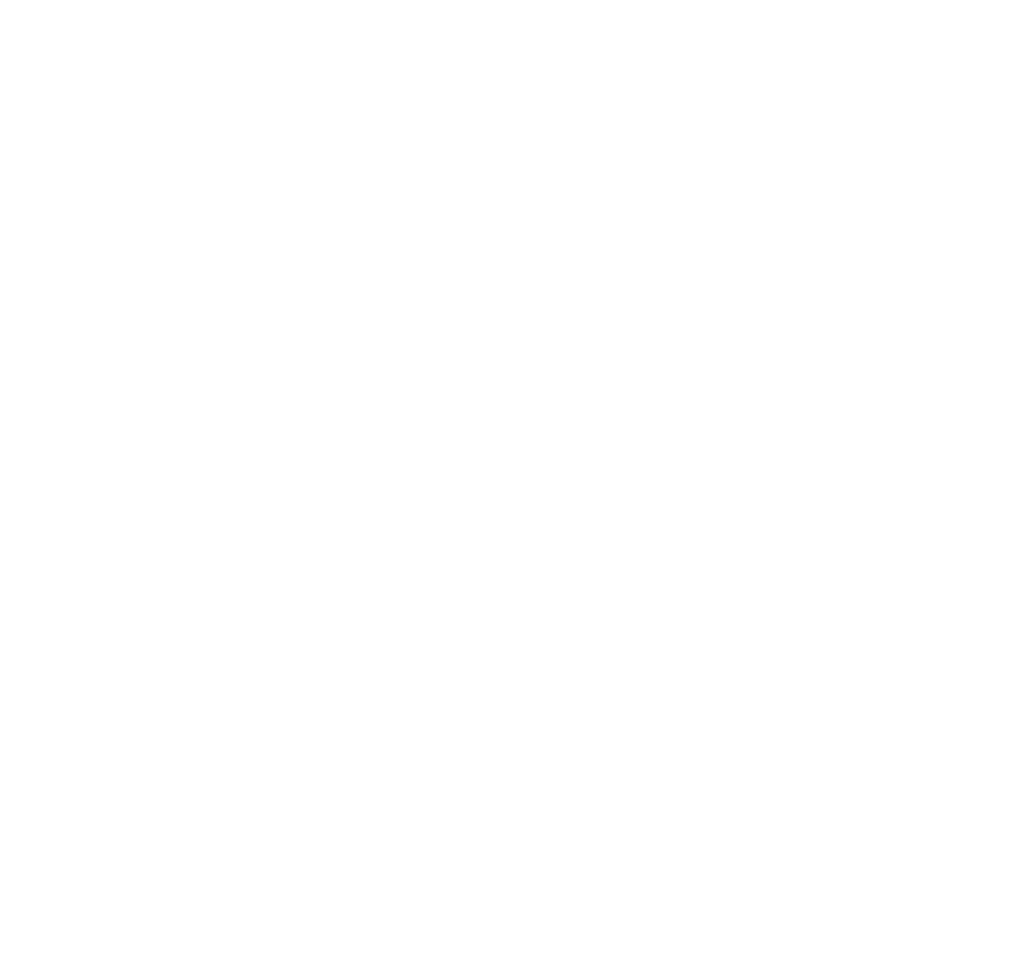
<source format=gbr>
%MOMM*%
%FSLAX36Y36*%
%ADD10C,3.14159265358979*%
D10*
G01*
%LPD*%
%LS1.25663706143592*%
X600833616Y15141184D02*
X368429543Y183992627D01*
X457200000Y457200000D01*
X689604073Y626051443D01*
X600833616Y352844069D01*
X368429543Y183992627D01*
X279659087Y457200000D01*
X368429543Y730407373D01*
X600833616Y899258816D01*
X512063159Y626051443D01*
X279659087Y457200000D01*
X512063159Y288348557D01*
X600833616Y561555931D01*
X833237689Y730407373D01*
X744467232Y457200000D01*
X512063159Y288348557D01*
X600833616Y15141184D01*
X689604073Y288348557D01*
X457200000Y457200000D01*
X368429543Y730407373D01*
X600833616Y561555931D01*
X689604073Y288348557D01*
X922008146Y457200000D01*
X689604073Y626051443D01*
X600833616Y899258816D01*
X833237689Y730407373D01*
X922008146Y457200000D01*
X833237689Y183992627D01*
X600833616Y352844069D01*
X512063159Y626051443D01*
X744467232Y457200000D01*
X833237689Y183992627D01*
X600833616Y15141184D01*
X313566384Y15141184D01*
X81162311Y183992627D01*
X169932768Y457200000D01*
X402336841Y626051443D01*
X313566384Y352844069D01*
X81162311Y183992627D01*
X-7608145Y457200000D01*
X81162311Y730407373D01*
X313566384Y899258816D01*
X224795927Y626051443D01*
X-7608145Y457200000D01*
X224795927Y288348557D01*
X313566384Y561555931D01*
X545970457Y730407373D01*
X457200000Y457200000D01*
X224795927Y288348557D01*
X313566384Y15141184D01*
X402336841Y288348557D01*
X169932768Y457200000D01*
X81162311Y730407373D01*
X313566384Y561555931D01*
X402336841Y288348557D01*
X634740913Y457200000D01*
X402336841Y626051443D01*
X313566384Y899258816D01*
X545970457Y730407373D01*
X634740913Y457200000D01*
X545970457Y183992627D01*
X313566384Y352844069D01*
X224795927Y626051443D01*
X457200000Y457200000D01*
X545970457Y183992627D01*
X313566384Y15141184D01*
X81162311Y183992627D01*
X169932768Y457200000D01*
X402336841Y626051443D01*
X313566384Y352844069D01*
X81162311Y183992627D01*
X-7608145Y457200000D01*
X81162311Y730407373D01*
X313566384Y899258816D01*
X224795927Y626051443D01*
X-7608145Y457200000D01*
X224795927Y288348557D01*
X313566384Y561555931D01*
X545970457Y730407373D01*
X457200000Y457200000D01*
X224795927Y288348557D01*
X313566384Y15141184D01*
X402336841Y288348557D01*
X169932768Y457200000D01*
X81162311Y730407373D01*
X313566384Y561555931D01*
X402336841Y288348557D01*
X634740913Y457200000D01*
X402336841Y626051443D01*
X313566384Y899258816D01*
X545970457Y730407373D01*
X634740913Y457200000D01*
X545970457Y183992627D01*
X313566384Y352844069D01*
X224795927Y626051443D01*
X457200000Y457200000D01*
X545970457Y183992627D01*
X313566384Y15141184D01*
X600833616Y15141184D01*
X368429543Y183992627D01*
X81162311Y183992627D01*
X368429543Y183992627D01*
X457200000Y457200000D01*
X689604073Y626051443D01*
X600833616Y352844069D01*
X368429543Y183992627D01*
X279659087Y457200000D01*
X368429543Y730407373D01*
X600833616Y899258816D01*
X512063159Y626051443D01*
X279659087Y457200000D01*
X-7608145Y457200000D01*
X279659087Y457200000D01*
X512063159Y288348557D01*
X224795927Y288348557D01*
X512063159Y288348557D01*
X600833616Y561555931D01*
X833237689Y730407373D01*
X744467232Y457200000D01*
X512063159Y288348557D01*
X600833616Y15141184D01*
X689604073Y288348557D01*
X402336841Y288348557D01*
X689604073Y288348557D01*
X457200000Y457200000D01*
X169932768Y457200000D01*
X457200000Y457200000D01*
X368429543Y730407373D01*
X81162311Y730407373D01*
X368429543Y730407373D01*
X600833616Y561555931D01*
X313566384Y561555931D01*
X600833616Y561555931D01*
X689604073Y288348557D01*
X922008146Y457200000D01*
X634740913Y457200000D01*
X922008146Y457200000D01*
X689604073Y626051443D01*
X402336841Y626051443D01*
X689604073Y626051443D01*
X600833616Y899258816D01*
X313566384Y899258816D01*
X600833616Y899258816D01*
X833237689Y730407373D01*
X545970457Y730407373D01*
X833237689Y730407373D01*
X922008146Y457200000D01*
X833237689Y183992627D01*
X545970457Y183992627D01*
X833237689Y183992627D01*
X600833616Y352844069D01*
X313566384Y352844069D01*
X600833616Y352844069D01*
X512063159Y626051443D01*
X224795927Y626051443D01*
X512063159Y626051443D01*
X744467232Y457200000D01*
X457200000Y457200000D01*
X744467232Y457200000D01*
X833237689Y183992627D01*
X600833616Y15141184D01*
%LPC*%
%LS1.15191730631626*%
X600833616Y15141184D02*
X368429543Y183992627D01*
X457200000Y457200000D01*
X689604073Y626051443D01*
X600833616Y352844069D01*
X368429543Y183992627D01*
X279659087Y457200000D01*
X368429543Y730407373D01*
X600833616Y899258816D01*
X512063159Y626051443D01*
X279659087Y457200000D01*
X512063159Y288348557D01*
X600833616Y561555931D01*
X833237689Y730407373D01*
X744467232Y457200000D01*
X512063159Y288348557D01*
X600833616Y15141184D01*
X689604073Y288348557D01*
X457200000Y457200000D01*
X368429543Y730407373D01*
X600833616Y561555931D01*
X689604073Y288348557D01*
X922008146Y457200000D01*
X689604073Y626051443D01*
X600833616Y899258816D01*
X833237689Y730407373D01*
X922008146Y457200000D01*
X833237689Y183992627D01*
X600833616Y352844069D01*
X512063159Y626051443D01*
X744467232Y457200000D01*
X833237689Y183992627D01*
X600833616Y15141184D01*
X313566384Y15141184D01*
X81162311Y183992627D01*
X169932768Y457200000D01*
X402336841Y626051443D01*
X313566384Y352844069D01*
X81162311Y183992627D01*
X-7608145Y457200000D01*
X81162311Y730407373D01*
X313566384Y899258816D01*
X224795927Y626051443D01*
X-7608145Y457200000D01*
X224795927Y288348557D01*
X313566384Y561555931D01*
X545970457Y730407373D01*
X457200000Y457200000D01*
X224795927Y288348557D01*
X313566384Y15141184D01*
X402336841Y288348557D01*
X169932768Y457200000D01*
X81162311Y730407373D01*
X313566384Y561555931D01*
X402336841Y288348557D01*
X634740913Y457200000D01*
X402336841Y626051443D01*
X313566384Y899258816D01*
X545970457Y730407373D01*
X634740913Y457200000D01*
X545970457Y183992627D01*
X313566384Y352844069D01*
X224795927Y626051443D01*
X457200000Y457200000D01*
X545970457Y183992627D01*
X313566384Y15141184D01*
X81162311Y183992627D01*
X169932768Y457200000D01*
X402336841Y626051443D01*
X313566384Y352844069D01*
X81162311Y183992627D01*
X-7608145Y457200000D01*
X81162311Y730407373D01*
X313566384Y899258816D01*
X224795927Y626051443D01*
X-7608145Y457200000D01*
X224795927Y288348557D01*
X313566384Y561555931D01*
X545970457Y730407373D01*
X457200000Y457200000D01*
X224795927Y288348557D01*
X313566384Y15141184D01*
X402336841Y288348557D01*
X169932768Y457200000D01*
X81162311Y730407373D01*
X313566384Y561555931D01*
X402336841Y288348557D01*
X634740913Y457200000D01*
X402336841Y626051443D01*
X313566384Y899258816D01*
X545970457Y730407373D01*
X634740913Y457200000D01*
X545970457Y183992627D01*
X313566384Y352844069D01*
X224795927Y626051443D01*
X457200000Y457200000D01*
X545970457Y183992627D01*
X313566384Y15141184D01*
X600833616Y15141184D01*
X368429543Y183992627D01*
X81162311Y183992627D01*
X368429543Y183992627D01*
X457200000Y457200000D01*
X689604073Y626051443D01*
X600833616Y352844069D01*
X368429543Y183992627D01*
X279659087Y457200000D01*
X368429543Y730407373D01*
X600833616Y899258816D01*
X512063159Y626051443D01*
X279659087Y457200000D01*
X-7608145Y457200000D01*
X279659087Y457200000D01*
X512063159Y288348557D01*
X224795927Y288348557D01*
X512063159Y288348557D01*
X600833616Y561555931D01*
X833237689Y730407373D01*
X744467232Y457200000D01*
X512063159Y288348557D01*
X600833616Y15141184D01*
X689604073Y288348557D01*
X402336841Y288348557D01*
X689604073Y288348557D01*
X457200000Y457200000D01*
X169932768Y457200000D01*
X457200000Y457200000D01*
X368429543Y730407373D01*
X81162311Y730407373D01*
X368429543Y730407373D01*
X600833616Y561555931D01*
X313566384Y561555931D01*
X600833616Y561555931D01*
X689604073Y288348557D01*
X922008146Y457200000D01*
X634740913Y457200000D01*
X922008146Y457200000D01*
X689604073Y626051443D01*
X402336841Y626051443D01*
X689604073Y626051443D01*
X600833616Y899258816D01*
X313566384Y899258816D01*
X600833616Y899258816D01*
X833237689Y730407373D01*
X545970457Y730407373D01*
X833237689Y730407373D01*
X922008146Y457200000D01*
X833237689Y183992627D01*
X545970457Y183992627D01*
X833237689Y183992627D01*
X600833616Y352844069D01*
X313566384Y352844069D01*
X600833616Y352844069D01*
X512063159Y626051443D01*
X224795927Y626051443D01*
X512063159Y626051443D01*
X744467232Y457200000D01*
X457200000Y457200000D01*
X744467232Y457200000D01*
X833237689Y183992627D01*
X600833616Y15141184D01*
%LPD*%
%LS1.0471975511966*%
X600833616Y15141184D02*
X368429543Y183992627D01*
X457200000Y457200000D01*
X689604073Y626051443D01*
X600833616Y352844069D01*
X368429543Y183992627D01*
X279659087Y457200000D01*
X368429543Y730407373D01*
X600833616Y899258816D01*
X512063159Y626051443D01*
X279659087Y457200000D01*
X512063159Y288348557D01*
X600833616Y561555931D01*
X833237689Y730407373D01*
X744467232Y457200000D01*
X512063159Y288348557D01*
X600833616Y15141184D01*
X689604073Y288348557D01*
X457200000Y457200000D01*
X368429543Y730407373D01*
X600833616Y561555931D01*
X689604073Y288348557D01*
X922008146Y457200000D01*
X689604073Y626051443D01*
X600833616Y899258816D01*
X833237689Y730407373D01*
X922008146Y457200000D01*
X833237689Y183992627D01*
X600833616Y352844069D01*
X512063159Y626051443D01*
X744467232Y457200000D01*
X833237689Y183992627D01*
X600833616Y15141184D01*
X313566384Y15141184D01*
X81162311Y183992627D01*
X169932768Y457200000D01*
X402336841Y626051443D01*
X313566384Y352844069D01*
X81162311Y183992627D01*
X-7608145Y457200000D01*
X81162311Y730407373D01*
X313566384Y899258816D01*
X224795927Y626051443D01*
X-7608145Y457200000D01*
X224795927Y288348557D01*
X313566384Y561555931D01*
X545970457Y730407373D01*
X457200000Y457200000D01*
X224795927Y288348557D01*
X313566384Y15141184D01*
X402336841Y288348557D01*
X169932768Y457200000D01*
X81162311Y730407373D01*
X313566384Y561555931D01*
X402336841Y288348557D01*
X634740913Y457200000D01*
X402336841Y626051443D01*
X313566384Y899258816D01*
X545970457Y730407373D01*
X634740913Y457200000D01*
X545970457Y183992627D01*
X313566384Y352844069D01*
X224795927Y626051443D01*
X457200000Y457200000D01*
X545970457Y183992627D01*
X313566384Y15141184D01*
X81162311Y183992627D01*
X169932768Y457200000D01*
X402336841Y626051443D01*
X313566384Y352844069D01*
X81162311Y183992627D01*
X-7608145Y457200000D01*
X81162311Y730407373D01*
X313566384Y899258816D01*
X224795927Y626051443D01*
X-7608145Y457200000D01*
X224795927Y288348557D01*
X313566384Y561555931D01*
X545970457Y730407373D01*
X457200000Y457200000D01*
X224795927Y288348557D01*
X313566384Y15141184D01*
X402336841Y288348557D01*
X169932768Y457200000D01*
X81162311Y730407373D01*
X313566384Y561555931D01*
X402336841Y288348557D01*
X634740913Y457200000D01*
X402336841Y626051443D01*
X313566384Y899258816D01*
X545970457Y730407373D01*
X634740913Y457200000D01*
X545970457Y183992627D01*
X313566384Y352844069D01*
X224795927Y626051443D01*
X457200000Y457200000D01*
X545970457Y183992627D01*
X313566384Y15141184D01*
X600833616Y15141184D01*
X368429543Y183992627D01*
X81162311Y183992627D01*
X368429543Y183992627D01*
X457200000Y457200000D01*
X689604073Y626051443D01*
X600833616Y352844069D01*
X368429543Y183992627D01*
X279659087Y457200000D01*
X368429543Y730407373D01*
X600833616Y899258816D01*
X512063159Y626051443D01*
X279659087Y457200000D01*
X-7608145Y457200000D01*
X279659087Y457200000D01*
X512063159Y288348557D01*
X224795927Y288348557D01*
X512063159Y288348557D01*
X600833616Y561555931D01*
X833237689Y730407373D01*
X744467232Y457200000D01*
X512063159Y288348557D01*
X600833616Y15141184D01*
X689604073Y288348557D01*
X402336841Y288348557D01*
X689604073Y288348557D01*
X457200000Y457200000D01*
X169932768Y457200000D01*
X457200000Y457200000D01*
X368429543Y730407373D01*
X81162311Y730407373D01*
X368429543Y730407373D01*
X600833616Y561555931D01*
X313566384Y561555931D01*
X600833616Y561555931D01*
X689604073Y288348557D01*
X922008146Y457200000D01*
X634740913Y457200000D01*
X922008146Y457200000D01*
X689604073Y626051443D01*
X402336841Y626051443D01*
X689604073Y626051443D01*
X600833616Y899258816D01*
X313566384Y899258816D01*
X600833616Y899258816D01*
X833237689Y730407373D01*
X545970457Y730407373D01*
X833237689Y730407373D01*
X922008146Y457200000D01*
X833237689Y183992627D01*
X545970457Y183992627D01*
X833237689Y183992627D01*
X600833616Y352844069D01*
X313566384Y352844069D01*
X600833616Y352844069D01*
X512063159Y626051443D01*
X224795927Y626051443D01*
X512063159Y626051443D01*
X744467232Y457200000D01*
X457200000Y457200000D01*
X744467232Y457200000D01*
X833237689Y183992627D01*
X600833616Y15141184D01*
%LPC*%
%LS0.942477796076938*%
X600833616Y15141184D02*
X368429543Y183992627D01*
X457200000Y457200000D01*
X689604073Y626051443D01*
X600833616Y352844069D01*
X368429543Y183992627D01*
X279659087Y457200000D01*
X368429543Y730407373D01*
X600833616Y899258816D01*
X512063159Y626051443D01*
X279659087Y457200000D01*
X512063159Y288348557D01*
X600833616Y561555931D01*
X833237689Y730407373D01*
X744467232Y457200000D01*
X512063159Y288348557D01*
X600833616Y15141184D01*
X689604073Y288348557D01*
X457200000Y457200000D01*
X368429543Y730407373D01*
X600833616Y561555931D01*
X689604073Y288348557D01*
X922008146Y457200000D01*
X689604073Y626051443D01*
X600833616Y899258816D01*
X833237689Y730407373D01*
X922008146Y457200000D01*
X833237689Y183992627D01*
X600833616Y352844069D01*
X512063159Y626051443D01*
X744467232Y457200000D01*
X833237689Y183992627D01*
X600833616Y15141184D01*
X313566384Y15141184D01*
X81162311Y183992627D01*
X169932768Y457200000D01*
X402336841Y626051443D01*
X313566384Y352844069D01*
X81162311Y183992627D01*
X-7608145Y457200000D01*
X81162311Y730407373D01*
X313566384Y899258816D01*
X224795927Y626051443D01*
X-7608145Y457200000D01*
X224795927Y288348557D01*
X313566384Y561555931D01*
X545970457Y730407373D01*
X457200000Y457200000D01*
X224795927Y288348557D01*
X313566384Y15141184D01*
X402336841Y288348557D01*
X169932768Y457200000D01*
X81162311Y730407373D01*
X313566384Y561555931D01*
X402336841Y288348557D01*
X634740913Y457200000D01*
X402336841Y626051443D01*
X313566384Y899258816D01*
X545970457Y730407373D01*
X634740913Y457200000D01*
X545970457Y183992627D01*
X313566384Y352844069D01*
X224795927Y626051443D01*
X457200000Y457200000D01*
X545970457Y183992627D01*
X313566384Y15141184D01*
X81162311Y183992627D01*
X169932768Y457200000D01*
X402336841Y626051443D01*
X313566384Y352844069D01*
X81162311Y183992627D01*
X-7608145Y457200000D01*
X81162311Y730407373D01*
X313566384Y899258816D01*
X224795927Y626051443D01*
X-7608145Y457200000D01*
X224795927Y288348557D01*
X313566384Y561555931D01*
X545970457Y730407373D01*
X457200000Y457200000D01*
X224795927Y288348557D01*
X313566384Y15141184D01*
X402336841Y288348557D01*
X169932768Y457200000D01*
X81162311Y730407373D01*
X313566384Y561555931D01*
X402336841Y288348557D01*
X634740913Y457200000D01*
X402336841Y626051443D01*
X313566384Y899258816D01*
X545970457Y730407373D01*
X634740913Y457200000D01*
X545970457Y183992627D01*
X313566384Y352844069D01*
X224795927Y626051443D01*
X457200000Y457200000D01*
X545970457Y183992627D01*
X313566384Y15141184D01*
X600833616Y15141184D01*
X368429543Y183992627D01*
X81162311Y183992627D01*
X368429543Y183992627D01*
X457200000Y457200000D01*
X689604073Y626051443D01*
X600833616Y352844069D01*
X368429543Y183992627D01*
X279659087Y457200000D01*
X368429543Y730407373D01*
X600833616Y899258816D01*
X512063159Y626051443D01*
X279659087Y457200000D01*
X-7608145Y457200000D01*
X279659087Y457200000D01*
X512063159Y288348557D01*
X224795927Y288348557D01*
X512063159Y288348557D01*
X600833616Y561555931D01*
X833237689Y730407373D01*
X744467232Y457200000D01*
X512063159Y288348557D01*
X600833616Y15141184D01*
X689604073Y288348557D01*
X402336841Y288348557D01*
X689604073Y288348557D01*
X457200000Y457200000D01*
X169932768Y457200000D01*
X457200000Y457200000D01*
X368429543Y730407373D01*
X81162311Y730407373D01*
X368429543Y730407373D01*
X600833616Y561555931D01*
X313566384Y561555931D01*
X600833616Y561555931D01*
X689604073Y288348557D01*
X922008146Y457200000D01*
X634740913Y457200000D01*
X922008146Y457200000D01*
X689604073Y626051443D01*
X402336841Y626051443D01*
X689604073Y626051443D01*
X600833616Y899258816D01*
X313566384Y899258816D01*
X600833616Y899258816D01*
X833237689Y730407373D01*
X545970457Y730407373D01*
X833237689Y730407373D01*
X922008146Y457200000D01*
X833237689Y183992627D01*
X545970457Y183992627D01*
X833237689Y183992627D01*
X600833616Y352844069D01*
X313566384Y352844069D01*
X600833616Y352844069D01*
X512063159Y626051443D01*
X224795927Y626051443D01*
X512063159Y626051443D01*
X744467232Y457200000D01*
X457200000Y457200000D01*
X744467232Y457200000D01*
X833237689Y183992627D01*
X600833616Y15141184D01*
%LPD*%
%LS0.837758040957278*%
X600833616Y15141184D02*
X368429543Y183992627D01*
X457200000Y457200000D01*
X689604073Y626051443D01*
X600833616Y352844069D01*
X368429543Y183992627D01*
X279659087Y457200000D01*
X368429543Y730407373D01*
X600833616Y899258816D01*
X512063159Y626051443D01*
X279659087Y457200000D01*
X512063159Y288348557D01*
X600833616Y561555931D01*
X833237689Y730407373D01*
X744467232Y457200000D01*
X512063159Y288348557D01*
X600833616Y15141184D01*
X689604073Y288348557D01*
X457200000Y457200000D01*
X368429543Y730407373D01*
X600833616Y561555931D01*
X689604073Y288348557D01*
X922008146Y457200000D01*
X689604073Y626051443D01*
X600833616Y899258816D01*
X833237689Y730407373D01*
X922008146Y457200000D01*
X833237689Y183992627D01*
X600833616Y352844069D01*
X512063159Y626051443D01*
X744467232Y457200000D01*
X833237689Y183992627D01*
X600833616Y15141184D01*
X313566384Y15141184D01*
X81162311Y183992627D01*
X169932768Y457200000D01*
X402336841Y626051443D01*
X313566384Y352844069D01*
X81162311Y183992627D01*
X-7608145Y457200000D01*
X81162311Y730407373D01*
X313566384Y899258816D01*
X224795927Y626051443D01*
X-7608145Y457200000D01*
X224795927Y288348557D01*
X313566384Y561555931D01*
X545970457Y730407373D01*
X457200000Y457200000D01*
X224795927Y288348557D01*
X313566384Y15141184D01*
X402336841Y288348557D01*
X169932768Y457200000D01*
X81162311Y730407373D01*
X313566384Y561555931D01*
X402336841Y288348557D01*
X634740913Y457200000D01*
X402336841Y626051443D01*
X313566384Y899258816D01*
X545970457Y730407373D01*
X634740913Y457200000D01*
X545970457Y183992627D01*
X313566384Y352844069D01*
X224795927Y626051443D01*
X457200000Y457200000D01*
X545970457Y183992627D01*
X313566384Y15141184D01*
X81162311Y183992627D01*
X169932768Y457200000D01*
X402336841Y626051443D01*
X313566384Y352844069D01*
X81162311Y183992627D01*
X-7608145Y457200000D01*
X81162311Y730407373D01*
X313566384Y899258816D01*
X224795927Y626051443D01*
X-7608145Y457200000D01*
X224795927Y288348557D01*
X313566384Y561555931D01*
X545970457Y730407373D01*
X457200000Y457200000D01*
X224795927Y288348557D01*
X313566384Y15141184D01*
X402336841Y288348557D01*
X169932768Y457200000D01*
X81162311Y730407373D01*
X313566384Y561555931D01*
X402336841Y288348557D01*
X634740913Y457200000D01*
X402336841Y626051443D01*
X313566384Y899258816D01*
X545970457Y730407373D01*
X634740913Y457200000D01*
X545970457Y183992627D01*
X313566384Y352844069D01*
X224795927Y626051443D01*
X457200000Y457200000D01*
X545970457Y183992627D01*
X313566384Y15141184D01*
X600833616Y15141184D01*
X368429543Y183992627D01*
X81162311Y183992627D01*
X368429543Y183992627D01*
X457200000Y457200000D01*
X689604073Y626051443D01*
X600833616Y352844069D01*
X368429543Y183992627D01*
X279659087Y457200000D01*
X368429543Y730407373D01*
X600833616Y899258816D01*
X512063159Y626051443D01*
X279659087Y457200000D01*
X-7608145Y457200000D01*
X279659087Y457200000D01*
X512063159Y288348557D01*
X224795927Y288348557D01*
X512063159Y288348557D01*
X600833616Y561555931D01*
X833237689Y730407373D01*
X744467232Y457200000D01*
X512063159Y288348557D01*
X600833616Y15141184D01*
X689604073Y288348557D01*
X402336841Y288348557D01*
X689604073Y288348557D01*
X457200000Y457200000D01*
X169932768Y457200000D01*
X457200000Y457200000D01*
X368429543Y730407373D01*
X81162311Y730407373D01*
X368429543Y730407373D01*
X600833616Y561555931D01*
X313566384Y561555931D01*
X600833616Y561555931D01*
X689604073Y288348557D01*
X922008146Y457200000D01*
X634740913Y457200000D01*
X922008146Y457200000D01*
X689604073Y626051443D01*
X402336841Y626051443D01*
X689604073Y626051443D01*
X600833616Y899258816D01*
X313566384Y899258816D01*
X600833616Y899258816D01*
X833237689Y730407373D01*
X545970457Y730407373D01*
X833237689Y730407373D01*
X922008146Y457200000D01*
X833237689Y183992627D01*
X545970457Y183992627D01*
X833237689Y183992627D01*
X600833616Y352844069D01*
X313566384Y352844069D01*
X600833616Y352844069D01*
X512063159Y626051443D01*
X224795927Y626051443D01*
X512063159Y626051443D01*
X744467232Y457200000D01*
X457200000Y457200000D01*
X744467232Y457200000D01*
X833237689Y183992627D01*
X600833616Y15141184D01*
%LPC*%
%LS0.733038285837618*%
X600833616Y15141184D02*
X368429543Y183992627D01*
X457200000Y457200000D01*
X689604073Y626051443D01*
X600833616Y352844069D01*
X368429543Y183992627D01*
X279659087Y457200000D01*
X368429543Y730407373D01*
X600833616Y899258816D01*
X512063159Y626051443D01*
X279659087Y457200000D01*
X512063159Y288348557D01*
X600833616Y561555931D01*
X833237689Y730407373D01*
X744467232Y457200000D01*
X512063159Y288348557D01*
X600833616Y15141184D01*
X689604073Y288348557D01*
X457200000Y457200000D01*
X368429543Y730407373D01*
X600833616Y561555931D01*
X689604073Y288348557D01*
X922008146Y457200000D01*
X689604073Y626051443D01*
X600833616Y899258816D01*
X833237689Y730407373D01*
X922008146Y457200000D01*
X833237689Y183992627D01*
X600833616Y352844069D01*
X512063159Y626051443D01*
X744467232Y457200000D01*
X833237689Y183992627D01*
X600833616Y15141184D01*
X313566384Y15141184D01*
X81162311Y183992627D01*
X169932768Y457200000D01*
X402336841Y626051443D01*
X313566384Y352844069D01*
X81162311Y183992627D01*
X-7608145Y457200000D01*
X81162311Y730407373D01*
X313566384Y899258816D01*
X224795927Y626051443D01*
X-7608145Y457200000D01*
X224795927Y288348557D01*
X313566384Y561555931D01*
X545970457Y730407373D01*
X457200000Y457200000D01*
X224795927Y288348557D01*
X313566384Y15141184D01*
X402336841Y288348557D01*
X169932768Y457200000D01*
X81162311Y730407373D01*
X313566384Y561555931D01*
X402336841Y288348557D01*
X634740913Y457200000D01*
X402336841Y626051443D01*
X313566384Y899258816D01*
X545970457Y730407373D01*
X634740913Y457200000D01*
X545970457Y183992627D01*
X313566384Y352844069D01*
X224795927Y626051443D01*
X457200000Y457200000D01*
X545970457Y183992627D01*
X313566384Y15141184D01*
X81162311Y183992627D01*
X169932768Y457200000D01*
X402336841Y626051443D01*
X313566384Y352844069D01*
X81162311Y183992627D01*
X-7608145Y457200000D01*
X81162311Y730407373D01*
X313566384Y899258816D01*
X224795927Y626051443D01*
X-7608145Y457200000D01*
X224795927Y288348557D01*
X313566384Y561555931D01*
X545970457Y730407373D01*
X457200000Y457200000D01*
X224795927Y288348557D01*
X313566384Y15141184D01*
X402336841Y288348557D01*
X169932768Y457200000D01*
X81162311Y730407373D01*
X313566384Y561555931D01*
X402336841Y288348557D01*
X634740913Y457200000D01*
X402336841Y626051443D01*
X313566384Y899258816D01*
X545970457Y730407373D01*
X634740913Y457200000D01*
X545970457Y183992627D01*
X313566384Y352844069D01*
X224795927Y626051443D01*
X457200000Y457200000D01*
X545970457Y183992627D01*
X313566384Y15141184D01*
X600833616Y15141184D01*
X368429543Y183992627D01*
X81162311Y183992627D01*
X368429543Y183992627D01*
X457200000Y457200000D01*
X689604073Y626051443D01*
X600833616Y352844069D01*
X368429543Y183992627D01*
X279659087Y457200000D01*
X368429543Y730407373D01*
X600833616Y899258816D01*
X512063159Y626051443D01*
X279659087Y457200000D01*
X-7608145Y457200000D01*
X279659087Y457200000D01*
X512063159Y288348557D01*
X224795927Y288348557D01*
X512063159Y288348557D01*
X600833616Y561555931D01*
X833237689Y730407373D01*
X744467232Y457200000D01*
X512063159Y288348557D01*
X600833616Y15141184D01*
X689604073Y288348557D01*
X402336841Y288348557D01*
X689604073Y288348557D01*
X457200000Y457200000D01*
X169932768Y457200000D01*
X457200000Y457200000D01*
X368429543Y730407373D01*
X81162311Y730407373D01*
X368429543Y730407373D01*
X600833616Y561555931D01*
X313566384Y561555931D01*
X600833616Y561555931D01*
X689604073Y288348557D01*
X922008146Y457200000D01*
X634740913Y457200000D01*
X922008146Y457200000D01*
X689604073Y626051443D01*
X402336841Y626051443D01*
X689604073Y626051443D01*
X600833616Y899258816D01*
X313566384Y899258816D01*
X600833616Y899258816D01*
X833237689Y730407373D01*
X545970457Y730407373D01*
X833237689Y730407373D01*
X922008146Y457200000D01*
X833237689Y183992627D01*
X545970457Y183992627D01*
X833237689Y183992627D01*
X600833616Y352844069D01*
X313566384Y352844069D01*
X600833616Y352844069D01*
X512063159Y626051443D01*
X224795927Y626051443D01*
X512063159Y626051443D01*
X744467232Y457200000D01*
X457200000Y457200000D01*
X744467232Y457200000D01*
X833237689Y183992627D01*
X600833616Y15141184D01*
%LPD*%
%LS0.628318530717959*%
X600833616Y15141184D02*
X368429543Y183992627D01*
X457200000Y457200000D01*
X689604073Y626051443D01*
X600833616Y352844069D01*
X368429543Y183992627D01*
X279659087Y457200000D01*
X368429543Y730407373D01*
X600833616Y899258816D01*
X512063159Y626051443D01*
X279659087Y457200000D01*
X512063159Y288348557D01*
X600833616Y561555931D01*
X833237689Y730407373D01*
X744467232Y457200000D01*
X512063159Y288348557D01*
X600833616Y15141184D01*
X689604073Y288348557D01*
X457200000Y457200000D01*
X368429543Y730407373D01*
X600833616Y561555931D01*
X689604073Y288348557D01*
X922008146Y457200000D01*
X689604073Y626051443D01*
X600833616Y899258816D01*
X833237689Y730407373D01*
X922008146Y457200000D01*
X833237689Y183992627D01*
X600833616Y352844069D01*
X512063159Y626051443D01*
X744467232Y457200000D01*
X833237689Y183992627D01*
X600833616Y15141184D01*
X313566384Y15141184D01*
X81162311Y183992627D01*
X169932768Y457200000D01*
X402336841Y626051443D01*
X313566384Y352844069D01*
X81162311Y183992627D01*
X-7608145Y457200000D01*
X81162311Y730407373D01*
X313566384Y899258816D01*
X224795927Y626051443D01*
X-7608145Y457200000D01*
X224795927Y288348557D01*
X313566384Y561555931D01*
X545970457Y730407373D01*
X457200000Y457200000D01*
X224795927Y288348557D01*
X313566384Y15141184D01*
X402336841Y288348557D01*
X169932768Y457200000D01*
X81162311Y730407373D01*
X313566384Y561555931D01*
X402336841Y288348557D01*
X634740913Y457200000D01*
X402336841Y626051443D01*
X313566384Y899258816D01*
X545970457Y730407373D01*
X634740913Y457200000D01*
X545970457Y183992627D01*
X313566384Y352844069D01*
X224795927Y626051443D01*
X457200000Y457200000D01*
X545970457Y183992627D01*
X313566384Y15141184D01*
X81162311Y183992627D01*
X169932768Y457200000D01*
X402336841Y626051443D01*
X313566384Y352844069D01*
X81162311Y183992627D01*
X-7608145Y457200000D01*
X81162311Y730407373D01*
X313566384Y899258816D01*
X224795927Y626051443D01*
X-7608145Y457200000D01*
X224795927Y288348557D01*
X313566384Y561555931D01*
X545970457Y730407373D01*
X457200000Y457200000D01*
X224795927Y288348557D01*
X313566384Y15141184D01*
X402336841Y288348557D01*
X169932768Y457200000D01*
X81162311Y730407373D01*
X313566384Y561555931D01*
X402336841Y288348557D01*
X634740913Y457200000D01*
X402336841Y626051443D01*
X313566384Y899258816D01*
X545970457Y730407373D01*
X634740913Y457200000D01*
X545970457Y183992627D01*
X313566384Y352844069D01*
X224795927Y626051443D01*
X457200000Y457200000D01*
X545970457Y183992627D01*
X313566384Y15141184D01*
X600833616Y15141184D01*
X368429543Y183992627D01*
X81162311Y183992627D01*
X368429543Y183992627D01*
X457200000Y457200000D01*
X689604073Y626051443D01*
X600833616Y352844069D01*
X368429543Y183992627D01*
X279659087Y457200000D01*
X368429543Y730407373D01*
X600833616Y899258816D01*
X512063159Y626051443D01*
X279659087Y457200000D01*
X-7608145Y457200000D01*
X279659087Y457200000D01*
X512063159Y288348557D01*
X224795927Y288348557D01*
X512063159Y288348557D01*
X600833616Y561555931D01*
X833237689Y730407373D01*
X744467232Y457200000D01*
X512063159Y288348557D01*
X600833616Y15141184D01*
X689604073Y288348557D01*
X402336841Y288348557D01*
X689604073Y288348557D01*
X457200000Y457200000D01*
X169932768Y457200000D01*
X457200000Y457200000D01*
X368429543Y730407373D01*
X81162311Y730407373D01*
X368429543Y730407373D01*
X600833616Y561555931D01*
X313566384Y561555931D01*
X600833616Y561555931D01*
X689604073Y288348557D01*
X922008146Y457200000D01*
X634740913Y457200000D01*
X922008146Y457200000D01*
X689604073Y626051443D01*
X402336841Y626051443D01*
X689604073Y626051443D01*
X600833616Y899258816D01*
X313566384Y899258816D01*
X600833616Y899258816D01*
X833237689Y730407373D01*
X545970457Y730407373D01*
X833237689Y730407373D01*
X922008146Y457200000D01*
X833237689Y183992627D01*
X545970457Y183992627D01*
X833237689Y183992627D01*
X600833616Y352844069D01*
X313566384Y352844069D01*
X600833616Y352844069D01*
X512063159Y626051443D01*
X224795927Y626051443D01*
X512063159Y626051443D01*
X744467232Y457200000D01*
X457200000Y457200000D01*
X744467232Y457200000D01*
X833237689Y183992627D01*
X600833616Y15141184D01*
%LPC*%
%LS0.523598775598299*%
X600833616Y15141184D02*
X368429543Y183992627D01*
X457200000Y457200000D01*
X689604073Y626051443D01*
X600833616Y352844069D01*
X368429543Y183992627D01*
X279659087Y457200000D01*
X368429543Y730407373D01*
X600833616Y899258816D01*
X512063159Y626051443D01*
X279659087Y457200000D01*
X512063159Y288348557D01*
X600833616Y561555931D01*
X833237689Y730407373D01*
X744467232Y457200000D01*
X512063159Y288348557D01*
X600833616Y15141184D01*
X689604073Y288348557D01*
X457200000Y457200000D01*
X368429543Y730407373D01*
X600833616Y561555931D01*
X689604073Y288348557D01*
X922008146Y457200000D01*
X689604073Y626051443D01*
X600833616Y899258816D01*
X833237689Y730407373D01*
X922008146Y457200000D01*
X833237689Y183992627D01*
X600833616Y352844069D01*
X512063159Y626051443D01*
X744467232Y457200000D01*
X833237689Y183992627D01*
X600833616Y15141184D01*
X313566384Y15141184D01*
X81162311Y183992627D01*
X169932768Y457200000D01*
X402336841Y626051443D01*
X313566384Y352844069D01*
X81162311Y183992627D01*
X-7608145Y457200000D01*
X81162311Y730407373D01*
X313566384Y899258816D01*
X224795927Y626051443D01*
X-7608145Y457200000D01*
X224795927Y288348557D01*
X313566384Y561555931D01*
X545970457Y730407373D01*
X457200000Y457200000D01*
X224795927Y288348557D01*
X313566384Y15141184D01*
X402336841Y288348557D01*
X169932768Y457200000D01*
X81162311Y730407373D01*
X313566384Y561555931D01*
X402336841Y288348557D01*
X634740913Y457200000D01*
X402336841Y626051443D01*
X313566384Y899258816D01*
X545970457Y730407373D01*
X634740913Y457200000D01*
X545970457Y183992627D01*
X313566384Y352844069D01*
X224795927Y626051443D01*
X457200000Y457200000D01*
X545970457Y183992627D01*
X313566384Y15141184D01*
X81162311Y183992627D01*
X169932768Y457200000D01*
X402336841Y626051443D01*
X313566384Y352844069D01*
X81162311Y183992627D01*
X-7608145Y457200000D01*
X81162311Y730407373D01*
X313566384Y899258816D01*
X224795927Y626051443D01*
X-7608145Y457200000D01*
X224795927Y288348557D01*
X313566384Y561555931D01*
X545970457Y730407373D01*
X457200000Y457200000D01*
X224795927Y288348557D01*
X313566384Y15141184D01*
X402336841Y288348557D01*
X169932768Y457200000D01*
X81162311Y730407373D01*
X313566384Y561555931D01*
X402336841Y288348557D01*
X634740913Y457200000D01*
X402336841Y626051443D01*
X313566384Y899258816D01*
X545970457Y730407373D01*
X634740913Y457200000D01*
X545970457Y183992627D01*
X313566384Y352844069D01*
X224795927Y626051443D01*
X457200000Y457200000D01*
X545970457Y183992627D01*
X313566384Y15141184D01*
X600833616Y15141184D01*
X368429543Y183992627D01*
X81162311Y183992627D01*
X368429543Y183992627D01*
X457200000Y457200000D01*
X689604073Y626051443D01*
X600833616Y352844069D01*
X368429543Y183992627D01*
X279659087Y457200000D01*
X368429543Y730407373D01*
X600833616Y899258816D01*
X512063159Y626051443D01*
X279659087Y457200000D01*
X-7608145Y457200000D01*
X279659087Y457200000D01*
X512063159Y288348557D01*
X224795927Y288348557D01*
X512063159Y288348557D01*
X600833616Y561555931D01*
X833237689Y730407373D01*
X744467232Y457200000D01*
X512063159Y288348557D01*
X600833616Y15141184D01*
X689604073Y288348557D01*
X402336841Y288348557D01*
X689604073Y288348557D01*
X457200000Y457200000D01*
X169932768Y457200000D01*
X457200000Y457200000D01*
X368429543Y730407373D01*
X81162311Y730407373D01*
X368429543Y730407373D01*
X600833616Y561555931D01*
X313566384Y561555931D01*
X600833616Y561555931D01*
X689604073Y288348557D01*
X922008146Y457200000D01*
X634740913Y457200000D01*
X922008146Y457200000D01*
X689604073Y626051443D01*
X402336841Y626051443D01*
X689604073Y626051443D01*
X600833616Y899258816D01*
X313566384Y899258816D01*
X600833616Y899258816D01*
X833237689Y730407373D01*
X545970457Y730407373D01*
X833237689Y730407373D01*
X922008146Y457200000D01*
X833237689Y183992627D01*
X545970457Y183992627D01*
X833237689Y183992627D01*
X600833616Y352844069D01*
X313566384Y352844069D01*
X600833616Y352844069D01*
X512063159Y626051443D01*
X224795927Y626051443D01*
X512063159Y626051443D01*
X744467232Y457200000D01*
X457200000Y457200000D01*
X744467232Y457200000D01*
X833237689Y183992627D01*
X600833616Y15141184D01*
%LPD*%
%LS0.418879020478639*%
X600833616Y15141184D02*
X368429543Y183992627D01*
X457200000Y457200000D01*
X689604073Y626051443D01*
X600833616Y352844069D01*
X368429543Y183992627D01*
X279659087Y457200000D01*
X368429543Y730407373D01*
X600833616Y899258816D01*
X512063159Y626051443D01*
X279659087Y457200000D01*
X512063159Y288348557D01*
X600833616Y561555931D01*
X833237689Y730407373D01*
X744467232Y457200000D01*
X512063159Y288348557D01*
X600833616Y15141184D01*
X689604073Y288348557D01*
X457200000Y457200000D01*
X368429543Y730407373D01*
X600833616Y561555931D01*
X689604073Y288348557D01*
X922008146Y457200000D01*
X689604073Y626051443D01*
X600833616Y899258816D01*
X833237689Y730407373D01*
X922008146Y457200000D01*
X833237689Y183992627D01*
X600833616Y352844069D01*
X512063159Y626051443D01*
X744467232Y457200000D01*
X833237689Y183992627D01*
X600833616Y15141184D01*
X313566384Y15141184D01*
X81162311Y183992627D01*
X169932768Y457200000D01*
X402336841Y626051443D01*
X313566384Y352844069D01*
X81162311Y183992627D01*
X-7608145Y457200000D01*
X81162311Y730407373D01*
X313566384Y899258816D01*
X224795927Y626051443D01*
X-7608145Y457200000D01*
X224795927Y288348557D01*
X313566384Y561555931D01*
X545970457Y730407373D01*
X457200000Y457200000D01*
X224795927Y288348557D01*
X313566384Y15141184D01*
X402336841Y288348557D01*
X169932768Y457200000D01*
X81162311Y730407373D01*
X313566384Y561555931D01*
X402336841Y288348557D01*
X634740913Y457200000D01*
X402336841Y626051443D01*
X313566384Y899258816D01*
X545970457Y730407373D01*
X634740913Y457200000D01*
X545970457Y183992627D01*
X313566384Y352844069D01*
X224795927Y626051443D01*
X457200000Y457200000D01*
X545970457Y183992627D01*
X313566384Y15141184D01*
X81162311Y183992627D01*
X169932768Y457200000D01*
X402336841Y626051443D01*
X313566384Y352844069D01*
X81162311Y183992627D01*
X-7608145Y457200000D01*
X81162311Y730407373D01*
X313566384Y899258816D01*
X224795927Y626051443D01*
X-7608145Y457200000D01*
X224795927Y288348557D01*
X313566384Y561555931D01*
X545970457Y730407373D01*
X457200000Y457200000D01*
X224795927Y288348557D01*
X313566384Y15141184D01*
X402336841Y288348557D01*
X169932768Y457200000D01*
X81162311Y730407373D01*
X313566384Y561555931D01*
X402336841Y288348557D01*
X634740913Y457200000D01*
X402336841Y626051443D01*
X313566384Y899258816D01*
X545970457Y730407373D01*
X634740913Y457200000D01*
X545970457Y183992627D01*
X313566384Y352844069D01*
X224795927Y626051443D01*
X457200000Y457200000D01*
X545970457Y183992627D01*
X313566384Y15141184D01*
X600833616Y15141184D01*
X368429543Y183992627D01*
X81162311Y183992627D01*
X368429543Y183992627D01*
X457200000Y457200000D01*
X689604073Y626051443D01*
X600833616Y352844069D01*
X368429543Y183992627D01*
X279659087Y457200000D01*
X368429543Y730407373D01*
X600833616Y899258816D01*
X512063159Y626051443D01*
X279659087Y457200000D01*
X-7608145Y457200000D01*
X279659087Y457200000D01*
X512063159Y288348557D01*
X224795927Y288348557D01*
X512063159Y288348557D01*
X600833616Y561555931D01*
X833237689Y730407373D01*
X744467232Y457200000D01*
X512063159Y288348557D01*
X600833616Y15141184D01*
X689604073Y288348557D01*
X402336841Y288348557D01*
X689604073Y288348557D01*
X457200000Y457200000D01*
X169932768Y457200000D01*
X457200000Y457200000D01*
X368429543Y730407373D01*
X81162311Y730407373D01*
X368429543Y730407373D01*
X600833616Y561555931D01*
X313566384Y561555931D01*
X600833616Y561555931D01*
X689604073Y288348557D01*
X922008146Y457200000D01*
X634740913Y457200000D01*
X922008146Y457200000D01*
X689604073Y626051443D01*
X402336841Y626051443D01*
X689604073Y626051443D01*
X600833616Y899258816D01*
X313566384Y899258816D01*
X600833616Y899258816D01*
X833237689Y730407373D01*
X545970457Y730407373D01*
X833237689Y730407373D01*
X922008146Y457200000D01*
X833237689Y183992627D01*
X545970457Y183992627D01*
X833237689Y183992627D01*
X600833616Y352844069D01*
X313566384Y352844069D01*
X600833616Y352844069D01*
X512063159Y626051443D01*
X224795927Y626051443D01*
X512063159Y626051443D01*
X744467232Y457200000D01*
X457200000Y457200000D01*
X744467232Y457200000D01*
X833237689Y183992627D01*
X600833616Y15141184D01*
%LPC*%
%LS0.314159265358979*%
X600833616Y15141184D02*
X368429543Y183992627D01*
X457200000Y457200000D01*
X689604073Y626051443D01*
X600833616Y352844069D01*
X368429543Y183992627D01*
X279659087Y457200000D01*
X368429543Y730407373D01*
X600833616Y899258816D01*
X512063159Y626051443D01*
X279659087Y457200000D01*
X512063159Y288348557D01*
X600833616Y561555931D01*
X833237689Y730407373D01*
X744467232Y457200000D01*
X512063159Y288348557D01*
X600833616Y15141184D01*
X689604073Y288348557D01*
X457200000Y457200000D01*
X368429543Y730407373D01*
X600833616Y561555931D01*
X689604073Y288348557D01*
X922008146Y457200000D01*
X689604073Y626051443D01*
X600833616Y899258816D01*
X833237689Y730407373D01*
X922008146Y457200000D01*
X833237689Y183992627D01*
X600833616Y352844069D01*
X512063159Y626051443D01*
X744467232Y457200000D01*
X833237689Y183992627D01*
X600833616Y15141184D01*
X313566384Y15141184D01*
X81162311Y183992627D01*
X169932768Y457200000D01*
X402336841Y626051443D01*
X313566384Y352844069D01*
X81162311Y183992627D01*
X-7608145Y457200000D01*
X81162311Y730407373D01*
X313566384Y899258816D01*
X224795927Y626051443D01*
X-7608145Y457200000D01*
X224795927Y288348557D01*
X313566384Y561555931D01*
X545970457Y730407373D01*
X457200000Y457200000D01*
X224795927Y288348557D01*
X313566384Y15141184D01*
X402336841Y288348557D01*
X169932768Y457200000D01*
X81162311Y730407373D01*
X313566384Y561555931D01*
X402336841Y288348557D01*
X634740913Y457200000D01*
X402336841Y626051443D01*
X313566384Y899258816D01*
X545970457Y730407373D01*
X634740913Y457200000D01*
X545970457Y183992627D01*
X313566384Y352844069D01*
X224795927Y626051443D01*
X457200000Y457200000D01*
X545970457Y183992627D01*
X313566384Y15141184D01*
X81162311Y183992627D01*
X169932768Y457200000D01*
X402336841Y626051443D01*
X313566384Y352844069D01*
X81162311Y183992627D01*
X-7608145Y457200000D01*
X81162311Y730407373D01*
X313566384Y899258816D01*
X224795927Y626051443D01*
X-7608145Y457200000D01*
X224795927Y288348557D01*
X313566384Y561555931D01*
X545970457Y730407373D01*
X457200000Y457200000D01*
X224795927Y288348557D01*
X313566384Y15141184D01*
X402336841Y288348557D01*
X169932768Y457200000D01*
X81162311Y730407373D01*
X313566384Y561555931D01*
X402336841Y288348557D01*
X634740913Y457200000D01*
X402336841Y626051443D01*
X313566384Y899258816D01*
X545970457Y730407373D01*
X634740913Y457200000D01*
X545970457Y183992627D01*
X313566384Y352844069D01*
X224795927Y626051443D01*
X457200000Y457200000D01*
X545970457Y183992627D01*
X313566384Y15141184D01*
X600833616Y15141184D01*
X368429543Y183992627D01*
X81162311Y183992627D01*
X368429543Y183992627D01*
X457200000Y457200000D01*
X689604073Y626051443D01*
X600833616Y352844069D01*
X368429543Y183992627D01*
X279659087Y457200000D01*
X368429543Y730407373D01*
X600833616Y899258816D01*
X512063159Y626051443D01*
X279659087Y457200000D01*
X-7608145Y457200000D01*
X279659087Y457200000D01*
X512063159Y288348557D01*
X224795927Y288348557D01*
X512063159Y288348557D01*
X600833616Y561555931D01*
X833237689Y730407373D01*
X744467232Y457200000D01*
X512063159Y288348557D01*
X600833616Y15141184D01*
X689604073Y288348557D01*
X402336841Y288348557D01*
X689604073Y288348557D01*
X457200000Y457200000D01*
X169932768Y457200000D01*
X457200000Y457200000D01*
X368429543Y730407373D01*
X81162311Y730407373D01*
X368429543Y730407373D01*
X600833616Y561555931D01*
X313566384Y561555931D01*
X600833616Y561555931D01*
X689604073Y288348557D01*
X922008146Y457200000D01*
X634740913Y457200000D01*
X922008146Y457200000D01*
X689604073Y626051443D01*
X402336841Y626051443D01*
X689604073Y626051443D01*
X600833616Y899258816D01*
X313566384Y899258816D01*
X600833616Y899258816D01*
X833237689Y730407373D01*
X545970457Y730407373D01*
X833237689Y730407373D01*
X922008146Y457200000D01*
X833237689Y183992627D01*
X545970457Y183992627D01*
X833237689Y183992627D01*
X600833616Y352844069D01*
X313566384Y352844069D01*
X600833616Y352844069D01*
X512063159Y626051443D01*
X224795927Y626051443D01*
X512063159Y626051443D01*
X744467232Y457200000D01*
X457200000Y457200000D01*
X744467232Y457200000D01*
X833237689Y183992627D01*
X600833616Y15141184D01*
%LPD*%
%LS0.20943951023932*%
X600833616Y15141184D02*
X368429543Y183992627D01*
X457200000Y457200000D01*
X689604073Y626051443D01*
X600833616Y352844069D01*
X368429543Y183992627D01*
X279659087Y457200000D01*
X368429543Y730407373D01*
X600833616Y899258816D01*
X512063159Y626051443D01*
X279659087Y457200000D01*
X512063159Y288348557D01*
X600833616Y561555931D01*
X833237689Y730407373D01*
X744467232Y457200000D01*
X512063159Y288348557D01*
X600833616Y15141184D01*
X689604073Y288348557D01*
X457200000Y457200000D01*
X368429543Y730407373D01*
X600833616Y561555931D01*
X689604073Y288348557D01*
X922008146Y457200000D01*
X689604073Y626051443D01*
X600833616Y899258816D01*
X833237689Y730407373D01*
X922008146Y457200000D01*
X833237689Y183992627D01*
X600833616Y352844069D01*
X512063159Y626051443D01*
X744467232Y457200000D01*
X833237689Y183992627D01*
X600833616Y15141184D01*
X313566384Y15141184D01*
X81162311Y183992627D01*
X169932768Y457200000D01*
X402336841Y626051443D01*
X313566384Y352844069D01*
X81162311Y183992627D01*
X-7608145Y457200000D01*
X81162311Y730407373D01*
X313566384Y899258816D01*
X224795927Y626051443D01*
X-7608145Y457200000D01*
X224795927Y288348557D01*
X313566384Y561555931D01*
X545970457Y730407373D01*
X457200000Y457200000D01*
X224795927Y288348557D01*
X313566384Y15141184D01*
X402336841Y288348557D01*
X169932768Y457200000D01*
X81162311Y730407373D01*
X313566384Y561555931D01*
X402336841Y288348557D01*
X634740913Y457200000D01*
X402336841Y626051443D01*
X313566384Y899258816D01*
X545970457Y730407373D01*
X634740913Y457200000D01*
X545970457Y183992627D01*
X313566384Y352844069D01*
X224795927Y626051443D01*
X457200000Y457200000D01*
X545970457Y183992627D01*
X313566384Y15141184D01*
X81162311Y183992627D01*
X169932768Y457200000D01*
X402336841Y626051443D01*
X313566384Y352844069D01*
X81162311Y183992627D01*
X-7608145Y457200000D01*
X81162311Y730407373D01*
X313566384Y899258816D01*
X224795927Y626051443D01*
X-7608145Y457200000D01*
X224795927Y288348557D01*
X313566384Y561555931D01*
X545970457Y730407373D01*
X457200000Y457200000D01*
X224795927Y288348557D01*
X313566384Y15141184D01*
X402336841Y288348557D01*
X169932768Y457200000D01*
X81162311Y730407373D01*
X313566384Y561555931D01*
X402336841Y288348557D01*
X634740913Y457200000D01*
X402336841Y626051443D01*
X313566384Y899258816D01*
X545970457Y730407373D01*
X634740913Y457200000D01*
X545970457Y183992627D01*
X313566384Y352844069D01*
X224795927Y626051443D01*
X457200000Y457200000D01*
X545970457Y183992627D01*
X313566384Y15141184D01*
X600833616Y15141184D01*
X368429543Y183992627D01*
X81162311Y183992627D01*
X368429543Y183992627D01*
X457200000Y457200000D01*
X689604073Y626051443D01*
X600833616Y352844069D01*
X368429543Y183992627D01*
X279659087Y457200000D01*
X368429543Y730407373D01*
X600833616Y899258816D01*
X512063159Y626051443D01*
X279659087Y457200000D01*
X-7608145Y457200000D01*
X279659087Y457200000D01*
X512063159Y288348557D01*
X224795927Y288348557D01*
X512063159Y288348557D01*
X600833616Y561555931D01*
X833237689Y730407373D01*
X744467232Y457200000D01*
X512063159Y288348557D01*
X600833616Y15141184D01*
X689604073Y288348557D01*
X402336841Y288348557D01*
X689604073Y288348557D01*
X457200000Y457200000D01*
X169932768Y457200000D01*
X457200000Y457200000D01*
X368429543Y730407373D01*
X81162311Y730407373D01*
X368429543Y730407373D01*
X600833616Y561555931D01*
X313566384Y561555931D01*
X600833616Y561555931D01*
X689604073Y288348557D01*
X922008146Y457200000D01*
X634740913Y457200000D01*
X922008146Y457200000D01*
X689604073Y626051443D01*
X402336841Y626051443D01*
X689604073Y626051443D01*
X600833616Y899258816D01*
X313566384Y899258816D01*
X600833616Y899258816D01*
X833237689Y730407373D01*
X545970457Y730407373D01*
X833237689Y730407373D01*
X922008146Y457200000D01*
X833237689Y183992627D01*
X545970457Y183992627D01*
X833237689Y183992627D01*
X600833616Y352844069D01*
X313566384Y352844069D01*
X600833616Y352844069D01*
X512063159Y626051443D01*
X224795927Y626051443D01*
X512063159Y626051443D01*
X744467232Y457200000D01*
X457200000Y457200000D01*
X744467232Y457200000D01*
X833237689Y183992627D01*
X600833616Y15141184D01*
%LPC*%
%LS0.10471975511966*%
X600833616Y15141184D02*
X368429543Y183992627D01*
X457200000Y457200000D01*
X689604073Y626051443D01*
X600833616Y352844069D01*
X368429543Y183992627D01*
X279659087Y457200000D01*
X368429543Y730407373D01*
X600833616Y899258816D01*
X512063159Y626051443D01*
X279659087Y457200000D01*
X512063159Y288348557D01*
X600833616Y561555931D01*
X833237689Y730407373D01*
X744467232Y457200000D01*
X512063159Y288348557D01*
X600833616Y15141184D01*
X689604073Y288348557D01*
X457200000Y457200000D01*
X368429543Y730407373D01*
X600833616Y561555931D01*
X689604073Y288348557D01*
X922008146Y457200000D01*
X689604073Y626051443D01*
X600833616Y899258816D01*
X833237689Y730407373D01*
X922008146Y457200000D01*
X833237689Y183992627D01*
X600833616Y352844069D01*
X512063159Y626051443D01*
X744467232Y457200000D01*
X833237689Y183992627D01*
X600833616Y15141184D01*
X313566384Y15141184D01*
X81162311Y183992627D01*
X169932768Y457200000D01*
X402336841Y626051443D01*
X313566384Y352844069D01*
X81162311Y183992627D01*
X-7608145Y457200000D01*
X81162311Y730407373D01*
X313566384Y899258816D01*
X224795927Y626051443D01*
X-7608145Y457200000D01*
X224795927Y288348557D01*
X313566384Y561555931D01*
X545970457Y730407373D01*
X457200000Y457200000D01*
X224795927Y288348557D01*
X313566384Y15141184D01*
X402336841Y288348557D01*
X169932768Y457200000D01*
X81162311Y730407373D01*
X313566384Y561555931D01*
X402336841Y288348557D01*
X634740913Y457200000D01*
X402336841Y626051443D01*
X313566384Y899258816D01*
X545970457Y730407373D01*
X634740913Y457200000D01*
X545970457Y183992627D01*
X313566384Y352844069D01*
X224795927Y626051443D01*
X457200000Y457200000D01*
X545970457Y183992627D01*
X313566384Y15141184D01*
X81162311Y183992627D01*
X169932768Y457200000D01*
X402336841Y626051443D01*
X313566384Y352844069D01*
X81162311Y183992627D01*
X-7608145Y457200000D01*
X81162311Y730407373D01*
X313566384Y899258816D01*
X224795927Y626051443D01*
X-7608145Y457200000D01*
X224795927Y288348557D01*
X313566384Y561555931D01*
X545970457Y730407373D01*
X457200000Y457200000D01*
X224795927Y288348557D01*
X313566384Y15141184D01*
X402336841Y288348557D01*
X169932768Y457200000D01*
X81162311Y730407373D01*
X313566384Y561555931D01*
X402336841Y288348557D01*
X634740913Y457200000D01*
X402336841Y626051443D01*
X313566384Y899258816D01*
X545970457Y730407373D01*
X634740913Y457200000D01*
X545970457Y183992627D01*
X313566384Y352844069D01*
X224795927Y626051443D01*
X457200000Y457200000D01*
X545970457Y183992627D01*
X313566384Y15141184D01*
X600833616Y15141184D01*
X368429543Y183992627D01*
X81162311Y183992627D01*
X368429543Y183992627D01*
X457200000Y457200000D01*
X689604073Y626051443D01*
X600833616Y352844069D01*
X368429543Y183992627D01*
X279659087Y457200000D01*
X368429543Y730407373D01*
X600833616Y899258816D01*
X512063159Y626051443D01*
X279659087Y457200000D01*
X-7608145Y457200000D01*
X279659087Y457200000D01*
X512063159Y288348557D01*
X224795927Y288348557D01*
X512063159Y288348557D01*
X600833616Y561555931D01*
X833237689Y730407373D01*
X744467232Y457200000D01*
X512063159Y288348557D01*
X600833616Y15141184D01*
X689604073Y288348557D01*
X402336841Y288348557D01*
X689604073Y288348557D01*
X457200000Y457200000D01*
X169932768Y457200000D01*
X457200000Y457200000D01*
X368429543Y730407373D01*
X81162311Y730407373D01*
X368429543Y730407373D01*
X600833616Y561555931D01*
X313566384Y561555931D01*
X600833616Y561555931D01*
X689604073Y288348557D01*
X922008146Y457200000D01*
X634740913Y457200000D01*
X922008146Y457200000D01*
X689604073Y626051443D01*
X402336841Y626051443D01*
X689604073Y626051443D01*
X600833616Y899258816D01*
X313566384Y899258816D01*
X600833616Y899258816D01*
X833237689Y730407373D01*
X545970457Y730407373D01*
X833237689Y730407373D01*
X922008146Y457200000D01*
X833237689Y183992627D01*
X545970457Y183992627D01*
X833237689Y183992627D01*
X600833616Y352844069D01*
X313566384Y352844069D01*
X600833616Y352844069D01*
X512063159Y626051443D01*
X224795927Y626051443D01*
X512063159Y626051443D01*
X744467232Y457200000D01*
X457200000Y457200000D01*
X744467232Y457200000D01*
X833237689Y183992627D01*
X600833616Y15141184D01*
M02*

</source>
